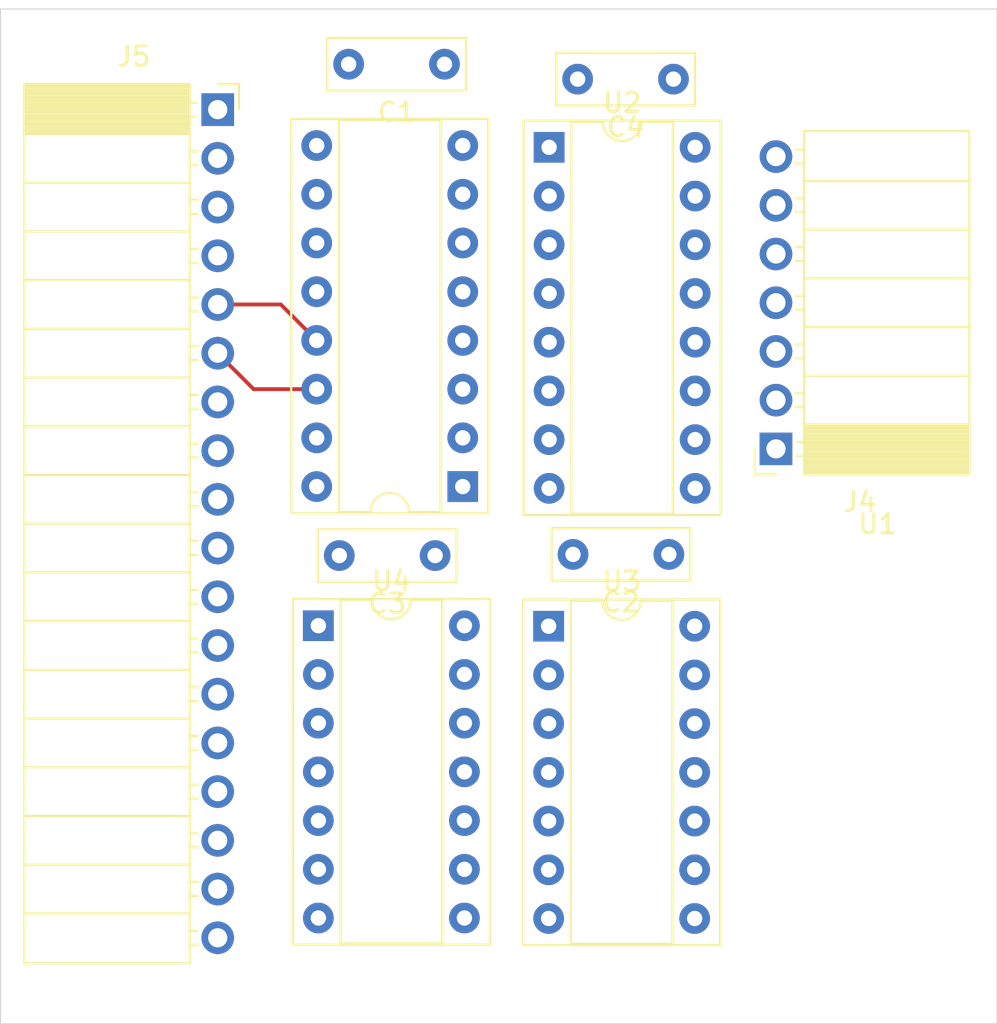
<source format=kicad_pcb>
(kicad_pcb (version 20221018) (generator pcbnew)
  (layers (0 "F.Cu" signal) (31 "B.Cu" signal) (34 "B.Paste" user) (35 "F.Paste" user) (36 "B.SilkS" user "B.Silkscreen") (37 "F.SilkS" user "F.Silkscreen") (38 "B.Mask" user) (39 "F.Mask" user) (44 "Edge.Cuts" user))
  (net 0 "")
  (net 1 "{slash}RESET")
  (net 2 "Net-(U1-Q0)")
  (net 3 "D0")
  (net 4 "D1")
  (net 5 "Net-(U1-Q1)")
  (net 6 "D2")
  (net 7 "Net-(U1-Q2)")
  (net 8 "GND")
  (net 9 "Net-(U1-Cp)")
  (net 10 "CHSCR")
  (net 11 "D3")
  (net 12 "ROM")
  (net 13 "D4")
  (net 14 "D5")
  (net 15 "Net-(U1-Q5)")
  (net 16 "+5V")
  (net 17 "Net-(U2-S)")
  (net 18 "A14")
  (net 19 "A14`")
  (net 20 "A15")
  (net 21 "A15`")
  (net 22 "CAS0")
  (net 23 "CAS1")
  (net 24 "Net-(U2-I0c)")
  (net 25 "{slash}IORQ")
  (net 26 "A1")
  (net 27 "Net-(U4-Pad10)")
  (net 28 "{slash}WR")
  (net 29 "Net-(U4-Pad6)")
  (net 30 "Net-(U4-Pad12)")
  (footprint "Connector_PinSocket_2.54mm:PinSocket_1x07_P2.54mm_Horizontal" (layer "F.Cu") (at 95.1992 -29.21 180)
    (fp_text reference "J4" (at -4.38 -2.77) (layer "F.SilkS"))
    (fp_text value "Conn_01x07")
    (fp_line (start -10.09 -1.33) (end -10.09 16.57) (stroke (width 0.12)) (layer "F.SilkS"))
    (fp_line (start -10.09 -1.33) (end -1.46 -1.33) (stroke (width 0.12)) (layer "F.SilkS"))
    (fp_line (start -10.09 -1.21) (end -1.46 -1.21) (stroke (width 0.12)) (layer "F.SilkS"))
    (fp_line (start -10.09 -1.091905) (end -1.46 -1.091905) (stroke (width 0.12)) (layer "F.SilkS"))
    (fp_line (start -10.09 -0.97381) (end -1.46 -0.97381) (stroke (width 0.12)) (layer "F.SilkS"))
    (fp_line (start -10.09 -0.855715) (end -1.46 -0.855715) (stroke (width 0.12)) (layer "F.SilkS"))
    (fp_line (start -10.09 -0.73762) (end -1.46 -0.73762) (stroke (width 0.12)) (layer "F.SilkS"))
    (fp_line (start -10.09 -0.619525) (end -1.46 -0.619525) (stroke (width 0.12)) (layer "F.SilkS"))
    (fp_line (start -10.09 -0.50143) (end -1.46 -0.50143) (stroke (width 0.12)) (layer "F.SilkS"))
    (fp_line (start -10.09 -0.383335) (end -1.46 -0.383335) (stroke (width 0.12)) (layer "F.SilkS"))
    (fp_line (start -10.09 -0.26524) (end -1.46 -0.26524) (stroke (width 0.12)) (layer "F.SilkS"))
    (fp_line (start -10.09 -0.147145) (end -1.46 -0.147145) (stroke (width 0.12)) (layer "F.SilkS"))
    (fp_line (start -10.09 -0.02905) (end -1.46 -0.02905) (stroke (width 0.12)) (layer "F.SilkS"))
    (fp_line (start -10.09 0.089045) (end -1.46 0.089045) (stroke (width 0.12)) (layer "F.SilkS"))
    (fp_line (start -10.09 0.20714) (end -1.46 0.20714) (stroke (width 0.12)) (layer "F.SilkS"))
    (fp_line (start -10.09 0.325235) (end -1.46 0.325235) (stroke (width 0.12)) (layer "F.SilkS"))
    (fp_line (start -10.09 0.44333) (end -1.46 0.44333) (stroke (width 0.12)) (layer "F.SilkS"))
    (fp_line (start -10.09 0.561425) (end -1.46 0.561425) (stroke (width 0.12)) (layer "F.SilkS"))
    (fp_line (start -10.09 0.67952) (end -1.46 0.67952) (stroke (width 0.12)) (layer "F.SilkS"))
    (fp_line (start -10.09 0.797615) (end -1.46 0.797615) (stroke (width 0.12)) (layer "F.SilkS"))
    (fp_line (start -10.09 0.91571) (end -1.46 0.91571) (stroke (width 0.12)) (layer "F.SilkS"))
    (fp_line (start -10.09 1.033805) (end -1.46 1.033805) (stroke (width 0.12)) (layer "F.SilkS"))
    (fp_line (start -10.09 1.1519) (end -1.46 1.1519) (stroke (width 0.12)) (layer "F.SilkS"))
    (fp_line (start -10.09 1.27) (end -1.46 1.27) (stroke (width 0.12)) (layer "F.SilkS"))
    (fp_line (start -10.09 3.81) (end -1.46 3.81) (stroke (width 0.12)) (layer "F.SilkS"))
    (fp_line (start -10.09 6.35) (end -1.46 6.35) (stroke (width 0.12)) (layer "F.SilkS"))
    (fp_line (start -10.09 8.89) (end -1.46 8.89) (stroke (width 0.12)) (layer "F.SilkS"))
    (fp_line (start -10.09 11.43) (end -1.46 11.43) (stroke (width 0.12)) (layer "F.SilkS"))
    (fp_line (start -10.09 13.97) (end -1.46 13.97) (stroke (width 0.12)) (layer "F.SilkS"))
    (fp_line (start -10.09 16.57) (end -1.46 16.57) (stroke (width 0.12)) (layer "F.SilkS"))
    (fp_line (start -1.46 -1.33) (end -1.46 16.57) (stroke (width 0.12)) (layer "F.SilkS"))
    (fp_line (start -1.46 -0.36) (end -1.11 -0.36) (stroke (width 0.12)) (layer "F.SilkS"))
    (fp_line (start -1.46 0.36) (end -1.11 0.36) (stroke (width 0.12)) (layer "F.SilkS"))
    (fp_line (start -1.46 2.18) (end -1.05 2.18) (stroke (width 0.12)) (layer "F.SilkS"))
    (fp_line (start -1.46 2.9) (end -1.05 2.9) (stroke (width 0.12)) (layer "F.SilkS"))
    (fp_line (start -1.46 4.72) (end -1.05 4.72) (stroke (width 0.12)) (layer "F.SilkS"))
    (fp_line (start -1.46 5.44) (end -1.05 5.44) (stroke (width 0.12)) (layer "F.SilkS"))
    (fp_line (start -1.46 7.26) (end -1.05 7.26) (stroke (width 0.12)) (layer "F.SilkS"))
    (fp_line (start -1.46 7.98) (end -1.05 7.98) (stroke (width 0.12)) (layer "F.SilkS"))
    (fp_line (start -1.46 9.8) (end -1.05 9.8) (stroke (width 0.12)) (layer "F.SilkS"))
    (fp_line (start -1.46 10.52) (end -1.05 10.52) (stroke (width 0.12)) (layer "F.SilkS"))
    (fp_line (start -1.46 12.34) (end -1.05 12.34) (stroke (width 0.12)) (layer "F.SilkS"))
    (fp_line (start -1.46 13.06) (end -1.05 13.06) (stroke (width 0.12)) (layer "F.SilkS"))
    (fp_line (start -1.46 14.88) (end -1.05 14.88) (stroke (width 0.12)) (layer "F.SilkS"))
    (fp_line (start -1.46 15.6) (end -1.05 15.6) (stroke (width 0.12)) (layer "F.SilkS"))
    (fp_line (start 0 -1.33) (end 1.11 -1.33) (stroke (width 0.12)) (layer "F.SilkS"))
    (fp_line (start 1.11 -1.33) (end 1.11 0) (stroke (width 0.12)) (layer "F.SilkS"))
    (pad "1" thru_hole rect (at 0 0 180) (size 1.7 1.7) (drill 1) (layers "*.Cu" "*.Mask") (net 22 "CAS0"))
    (pad "2" thru_hole oval (at 0 2.54 180) (size 1.7 1.7) (drill 1) (layers "*.Cu" "*.Mask") (net 23 "CAS1"))
    (pad "3" thru_hole oval (at 0 5.08 180) (size 1.7 1.7) (drill 1) (layers "*.Cu" "*.Mask") (net 12 "ROM"))
    (pad "4" thru_hole oval (at 0 7.62 180) (size 1.7 1.7) (drill 1) (layers "*.Cu" "*.Mask") (net 10 "CHSCR"))
    (pad "5" thru_hole oval (at 0 10.16 180) (size 1.7 1.7) (drill 1) (layers "*.Cu" "*.Mask") (net 19 "A14`"))
    (pad "6" thru_hole oval (at 0 12.7 180) (size 1.7 1.7) (drill 1) (layers "*.Cu" "*.Mask") (net 21 "A15`"))
    (pad "7" thru_hole oval (at 0 15.24 180) (size 1.7 1.7) (drill 1) (layers "*.Cu" "*.Mask") (net 8 "GND"))
  )
  (footprint "Package_DIP:DIP-16_W7.62mm_Socket" (layer "F.Cu") (at 83.3628 -44.9326)
    (fp_text reference "U2" (at 3.81 -2.33) (layer "F.SilkS"))
    (fp_text value "74LS257")
    (fp_line (start -1.33 -1.39) (end -1.33 19.17) (stroke (width 0.12)) (layer "F.SilkS"))
    (fp_line (start -1.33 19.17) (end 8.95 19.17) (stroke (width 0.12)) (layer "F.SilkS"))
    (fp_line (start 1.16 -1.33) (end 1.16 19.11) (stroke (width 0.12)) (layer "F.SilkS"))
    (fp_line (start 1.16 19.11) (end 6.46 19.11) (stroke (width 0.12)) (layer "F.SilkS"))
    (fp_line (start 2.81 -1.33) (end 1.16 -1.33) (stroke (width 0.12)) (layer "F.SilkS"))
    (fp_line (start 6.46 -1.33) (end 4.81 -1.33) (stroke (width 0.12)) (layer "F.SilkS"))
    (fp_line (start 6.46 19.11) (end 6.46 -1.33) (stroke (width 0.12)) (layer "F.SilkS"))
    (fp_line (start 8.95 -1.39) (end -1.33 -1.39) (stroke (width 0.12)) (layer "F.SilkS"))
    (fp_line (start 8.95 19.17) (end 8.95 -1.39) (stroke (width 0.12)) (layer "F.SilkS"))
    (fp_arc (start 4.81 -1.33) (mid 3.81 -0.33) (end 2.81 -1.33) (stroke (width 0.12)) (layer "F.SilkS"))
    (pad "1" thru_hole rect (at 0 0) (size 1.6 1.6) (drill 0.8) (layers "*.Cu" "*.Mask") (net 17 "Net-(U2-S)"))
    (pad "2" thru_hole oval (at 0 2.54) (size 1.6 1.6) (drill 0.8) (layers "*.Cu" "*.Mask") (net 2 "Net-(U1-Q0)"))
    (pad "3" thru_hole oval (at 0 5.08) (size 1.6 1.6) (drill 0.8) (layers "*.Cu" "*.Mask") (net 18 "A14"))
    (pad "4" thru_hole oval (at 0 7.62) (size 1.6 1.6) (drill 0.8) (layers "*.Cu" "*.Mask") (net 19 "A14`"))
    (pad "5" thru_hole oval (at 0 10.16) (size 1.6 1.6) (drill 0.8) (layers "*.Cu" "*.Mask") (net 5 "Net-(U1-Q1)"))
    (pad "6" thru_hole oval (at 0 12.7) (size 1.6 1.6) (drill 0.8) (layers "*.Cu" "*.Mask") (net 20 "A15"))
    (pad "7" thru_hole oval (at 0 15.24) (size 1.6 1.6) (drill 0.8) (layers "*.Cu" "*.Mask") (net 21 "A15`"))
    (pad "8" thru_hole oval (at 0 17.78) (size 1.6 1.6) (drill 0.8) (layers "*.Cu" "*.Mask") (net 8 "GND"))
    (pad "9" thru_hole oval (at 7.62 17.78) (size 1.6 1.6) (drill 0.8) (layers "*.Cu" "*.Mask") (net 22 "CAS0"))
    (pad "10" thru_hole oval (at 7.62 15.24) (size 1.6 1.6) (drill 0.8) (layers "*.Cu" "*.Mask") (net 18 "A14"))
    (pad "11" thru_hole oval (at 7.62 12.7) (size 1.6 1.6) (drill 0.8) (layers "*.Cu" "*.Mask") (net 7 "Net-(U1-Q2)"))
    (pad "12" thru_hole oval (at 7.62 10.16) (size 1.6 1.6) (drill 0.8) (layers "*.Cu" "*.Mask") (net 23 "CAS1"))
    (pad "13" thru_hole oval (at 7.62 7.62) (size 1.6 1.6) (drill 0.8) (layers "*.Cu" "*.Mask") (net 20 "A15"))
    (pad "14" thru_hole oval (at 7.62 5.08) (size 1.6 1.6) (drill 0.8) (layers "*.Cu" "*.Mask") (net 24 "Net-(U2-I0c)"))
    (pad "15" thru_hole oval (at 7.62 2.54) (size 1.6 1.6) (drill 0.8) (layers "*.Cu" "*.Mask") (net 8 "GND"))
    (pad "16" thru_hole oval (at 7.62 0) (size 1.6 1.6) (drill 0.8) (layers "*.Cu" "*.Mask") (net 16 "+5V"))
  )
  (footprint "Capacitor_THT:C_Disc_D7.0mm_W2.5mm_P5.00mm" (layer "F.Cu") (at 77.4154 -23.6474 180)
    (fp_text reference "C3" (at 2.5 -2.5) (layer "F.SilkS"))
    (fp_text value "C")
    (fp_line (start -1.12 -1.37) (end -1.12 1.37) (stroke (width 0.12)) (layer "F.SilkS"))
    (fp_line (start -1.12 -1.37) (end 6.12 -1.37) (stroke (width 0.12)) (layer "F.SilkS"))
    (fp_line (start -1.12 1.37) (end 6.12 1.37) (stroke (width 0.12)) (layer "F.SilkS"))
    (fp_line (start 6.12 -1.37) (end 6.12 1.37) (stroke (width 0.12)) (layer "F.SilkS"))
    (pad "1" thru_hole circle (at 0 0 180) (size 1.6 1.6) (drill 0.8) (layers "*.Cu" "*.Mask") (net 16 "+5V"))
    (pad "2" thru_hole circle (at 5 0 180) (size 1.6 1.6) (drill 0.8) (layers "*.Cu" "*.Mask") (net 8 "GND"))
  )
  (footprint "Package_DIP:DIP-14_W7.62mm_Socket" (layer "F.Cu") (at 71.3232 -19.9898)
    (fp_text reference "U4" (at 3.81 -2.33) (layer "F.SilkS"))
    (fp_text value "74LS32")
    (fp_line (start -1.33 -1.39) (end -1.33 16.63) (stroke (width 0.12)) (layer "F.SilkS"))
    (fp_line (start -1.33 16.63) (end 8.95 16.63) (stroke (width 0.12)) (layer "F.SilkS"))
    (fp_line (start 1.16 -1.33) (end 1.16 16.57) (stroke (width 0.12)) (layer "F.SilkS"))
    (fp_line (start 1.16 16.57) (end 6.46 16.57) (stroke (width 0.12)) (layer "F.SilkS"))
    (fp_line (start 2.81 -1.33) (end 1.16 -1.33) (stroke (width 0.12)) (layer "F.SilkS"))
    (fp_line (start 6.46 -1.33) (end 4.81 -1.33) (stroke (width 0.12)) (layer "F.SilkS"))
    (fp_line (start 6.46 16.57) (end 6.46 -1.33) (stroke (width 0.12)) (layer "F.SilkS"))
    (fp_line (start 8.95 -1.39) (end -1.33 -1.39) (stroke (width 0.12)) (layer "F.SilkS"))
    (fp_line (start 8.95 16.63) (end 8.95 -1.39) (stroke (width 0.12)) (layer "F.SilkS"))
    (fp_arc (start 4.81 -1.33) (mid 3.81 -0.33) (end 2.81 -1.33) (stroke (width 0.12)) (layer "F.SilkS"))
    (pad "1" thru_hole rect (at 0 0) (size 1.6 1.6) (drill 0.8) (layers "*.Cu" "*.Mask") (net 25 "{slash}IORQ"))
    (pad "2" thru_hole oval (at 0 2.54) (size 1.6 1.6) (drill 0.8) (layers "*.Cu" "*.Mask") (net 26 "A1"))
    (pad "3" thru_hole oval (at 0 5.08) (size 1.6 1.6) (drill 0.8) (layers "*.Cu" "*.Mask") (net 27 "Net-(U4-Pad10)"))
    (pad "4" thru_hole oval (at 0 7.62) (size 1.6 1.6) (drill 0.8) (layers "*.Cu" "*.Mask") (net 28 "{slash}WR"))
    (pad "5" thru_hole oval (at 0 10.16) (size 1.6 1.6) (drill 0.8) (layers "*.Cu" "*.Mask") (net 20 "A15"))
    (pad "6" thru_hole oval (at 0 12.7) (size 1.6 1.6) (drill 0.8) (layers "*.Cu" "*.Mask") (net 29 "Net-(U4-Pad6)"))
    (pad "7" thru_hole oval (at 0 15.24) (size 1.6 1.6) (drill 0.8) (layers "*.Cu" "*.Mask") (net 8 "GND"))
    (pad "8" thru_hole oval (at 7.62 15.24) (size 1.6 1.6) (drill 0.8) (layers "*.Cu" "*.Mask") (net 30 "Net-(U4-Pad12)"))
    (pad "9" thru_hole oval (at 7.62 12.7) (size 1.6 1.6) (drill 0.8) (layers "*.Cu" "*.Mask") (net 29 "Net-(U4-Pad6)"))
    (pad "10" thru_hole oval (at 7.62 10.16) (size 1.6 1.6) (drill 0.8) (layers "*.Cu" "*.Mask") (net 27 "Net-(U4-Pad10)"))
    (pad "11" thru_hole oval (at 7.62 7.62) (size 1.6 1.6) (drill 0.8) (layers "*.Cu" "*.Mask") (net 9 "Net-(U1-Cp)"))
    (pad "12" thru_hole oval (at 7.62 5.08) (size 1.6 1.6) (drill 0.8) (layers "*.Cu" "*.Mask") (net 30 "Net-(U4-Pad12)"))
    (pad "13" thru_hole oval (at 7.62 2.54) (size 1.6 1.6) (drill 0.8) (layers "*.Cu" "*.Mask") (net 15 "Net-(U1-Q5)"))
    (pad "14" thru_hole oval (at 7.62 0) (size 1.6 1.6) (drill 0.8) (layers "*.Cu" "*.Mask") (net 16 "+5V"))
  )
  (footprint "Connector_PinSocket_2.54mm:PinSocket_1x18_P2.54mm_Horizontal" (layer "F.Cu") (at 66.0712 -46.8988)
    (fp_text reference "J5" (at -4.38 -2.77) (layer "F.SilkS"))
    (fp_text value "Conn_01x17")
    (fp_line (start -10.09 -1.33) (end -10.09 44.51) (stroke (width 0.12)) (layer "F.SilkS"))
    (fp_line (start -10.09 -1.33) (end -1.46 -1.33) (stroke (width 0.12)) (layer "F.SilkS"))
    (fp_line (start -10.09 -1.21) (end -1.46 -1.21) (stroke (width 0.12)) (layer "F.SilkS"))
    (fp_line (start -10.09 -1.091905) (end -1.46 -1.091905) (stroke (width 0.12)) (layer "F.SilkS"))
    (fp_line (start -10.09 -0.97381) (end -1.46 -0.97381) (stroke (width 0.12)) (layer "F.SilkS"))
    (fp_line (start -10.09 -0.855715) (end -1.46 -0.855715) (stroke (width 0.12)) (layer "F.SilkS"))
    (fp_line (start -10.09 -0.73762) (end -1.46 -0.73762) (stroke (width 0.12)) (layer "F.SilkS"))
    (fp_line (start -10.09 -0.619525) (end -1.46 -0.619525) (stroke (width 0.12)) (layer "F.SilkS"))
    (fp_line (start -10.09 -0.50143) (end -1.46 -0.50143) (stroke (width 0.12)) (layer "F.SilkS"))
    (fp_line (start -10.09 -0.383335) (end -1.46 -0.383335) (stroke (width 0.12)) (layer "F.SilkS"))
    (fp_line (start -10.09 -0.26524) (end -1.46 -0.26524) (stroke (width 0.12)) (layer "F.SilkS"))
    (fp_line (start -10.09 -0.147145) (end -1.46 -0.147145) (stroke (width 0.12)) (layer "F.SilkS"))
    (fp_line (start -10.09 -0.02905) (end -1.46 -0.02905) (stroke (width 0.12)) (layer "F.SilkS"))
    (fp_line (start -10.09 0.089045) (end -1.46 0.089045) (stroke (width 0.12)) (layer "F.SilkS"))
    (fp_line (start -10.09 0.20714) (end -1.46 0.20714) (stroke (width 0.12)) (layer "F.SilkS"))
    (fp_line (start -10.09 0.325235) (end -1.46 0.325235) (stroke (width 0.12)) (layer "F.SilkS"))
    (fp_line (start -10.09 0.44333) (end -1.46 0.44333) (stroke (width 0.12)) (layer "F.SilkS"))
    (fp_line (start -10.09 0.561425) (end -1.46 0.561425) (stroke (width 0.12)) (layer "F.SilkS"))
    (fp_line (start -10.09 0.67952) (end -1.46 0.67952) (stroke (width 0.12)) (layer "F.SilkS"))
    (fp_line (start -10.09 0.797615) (end -1.46 0.797615) (stroke (width 0.12)) (layer "F.SilkS"))
    (fp_line (start -10.09 0.91571) (end -1.46 0.91571) (stroke (width 0.12)) (layer "F.SilkS"))
    (fp_line (start -10.09 1.033805) (end -1.46 1.033805) (stroke (width 0.12)) (layer "F.SilkS"))
    (fp_line (start -10.09 1.1519) (end -1.46 1.1519) (stroke (width 0.12)) (layer "F.SilkS"))
    (fp_line (start -10.09 1.27) (end -1.46 1.27) (stroke (width 0.12)) (layer "F.SilkS"))
    (fp_line (start -10.09 3.81) (end -1.46 3.81) (stroke (width 0.12)) (layer "F.SilkS"))
    (fp_line (start -10.09 6.35) (end -1.46 6.35) (stroke (width 0.12)) (layer "F.SilkS"))
    (fp_line (start -10.09 8.89) (end -1.46 8.89) (stroke (width 0.12)) (layer "F.SilkS"))
    (fp_line (start -10.09 11.43) (end -1.46 11.43) (stroke (width 0.12)) (layer "F.SilkS"))
    (fp_line (start -10.09 13.97) (end -1.46 13.97) (stroke (width 0.12)) (layer "F.SilkS"))
    (fp_line (start -10.09 16.51) (end -1.46 16.51) (stroke (width 0.12)) (layer "F.SilkS"))
    (fp_line (start -10.09 19.05) (end -1.46 19.05) (stroke (width 0.12)) (layer "F.SilkS"))
    (fp_line (start -10.09 21.59) (end -1.46 21.59) (stroke (width 0.12)) (layer "F.SilkS"))
    (fp_line (start -10.09 24.13) (end -1.46 24.13) (stroke (width 0.12)) (layer "F.SilkS"))
    (fp_line (start -10.09 26.67) (end -1.46 26.67) (stroke (width 0.12)) (layer "F.SilkS"))
    (fp_line (start -10.09 29.21) (end -1.46 29.21) (stroke (width 0.12)) (layer "F.SilkS"))
    (fp_line (start -10.09 31.75) (end -1.46 31.75) (stroke (width 0.12)) (layer "F.SilkS"))
    (fp_line (start -10.09 34.29) (end -1.46 34.29) (stroke (width 0.12)) (layer "F.SilkS"))
    (fp_line (start -10.09 36.83) (end -1.46 36.83) (stroke (width 0.12)) (layer "F.SilkS"))
    (fp_line (start -10.09 39.37) (end -1.46 39.37) (stroke (width 0.12)) (layer "F.SilkS"))
    (fp_line (start -10.09 41.91) (end -1.46 41.91) (stroke (width 0.12)) (layer "F.SilkS"))
    (fp_line (start -10.09 44.51) (end -1.46 44.51) (stroke (width 0.12)) (layer "F.SilkS"))
    (fp_line (start -1.46 -1.33) (end -1.46 44.51) (stroke (width 0.12)) (layer "F.SilkS"))
    (fp_line (start -1.46 -0.36) (end -1.11 -0.36) (stroke (width 0.12)) (layer "F.SilkS"))
    (fp_line (start -1.46 0.36) (end -1.11 0.36) (stroke (width 0.12)) (layer "F.SilkS"))
    (fp_line (start -1.46 2.18) (end -1.05 2.18) (stroke (width 0.12)) (layer "F.SilkS"))
    (fp_line (start -1.46 2.9) (end -1.05 2.9) (stroke (width 0.12)) (layer "F.SilkS"))
    (fp_line (start -1.46 4.72) (end -1.05 4.72) (stroke (width 0.12)) (layer "F.SilkS"))
    (fp_line (start -1.46 5.44) (end -1.05 5.44) (stroke (width 0.12)) (layer "F.SilkS"))
    (fp_line (start -1.46 7.26) (end -1.05 7.26) (stroke (width 0.12)) (layer "F.SilkS"))
    (fp_line (start -1.46 7.98) (end -1.05 7.98) (stroke (width 0.12)) (layer "F.SilkS"))
    (fp_line (start -1.46 9.8) (end -1.05 9.8) (stroke (width 0.12)) (layer "F.SilkS"))
    (fp_line (start -1.46 10.52) (end -1.05 10.52) (stroke (width 0.12)) (layer "F.SilkS"))
    (fp_line (start -1.46 12.34) (end -1.05 12.34) (stroke (width 0.12)) (layer "F.SilkS"))
    (fp_line (start -1.46 13.06) (end -1.05 13.06) (stroke (width 0.12)) (layer "F.SilkS"))
    (fp_line (start -1.46 14.88) (end -1.05 14.88) (stroke (width 0.12)) (layer "F.SilkS"))
    (fp_line (start -1.46 15.6) (end -1.05 15.6) (stroke (width 0.12)) (layer "F.SilkS"))
    (fp_line (start -1.46 17.42) (end -1.05 17.42) (stroke (width 0.12)) (layer "F.SilkS"))
    (fp_line (start -1.46 18.14) (end -1.05 18.14) (stroke (width 0.12)) (layer "F.SilkS"))
    (fp_line (start -1.46 19.96) (end -1.05 19.96) (stroke (width 0.12)) (layer "F.SilkS"))
    (fp_line (start -1.46 20.68) (end -1.05 20.68) (stroke (width 0.12)) (layer "F.SilkS"))
    (fp_line (start -1.46 22.5) (end -1.05 22.5) (stroke (width 0.12)) (layer "F.SilkS"))
    (fp_line (start -1.46 23.22) (end -1.05 23.22) (stroke (width 0.12)) (layer "F.SilkS"))
    (fp_line (start -1.46 25.04) (end -1.05 25.04) (stroke (width 0.12)) (layer "F.SilkS"))
    (fp_line (start -1.46 25.76) (end -1.05 25.76) (stroke (width 0.12)) (layer "F.SilkS"))
    (fp_line (start -1.46 27.58) (end -1.05 27.58) (stroke (width 0.12)) (layer "F.SilkS"))
    (fp_line (start -1.46 28.3) (end -1.05 28.3) (stroke (width 0.12)) (layer "F.SilkS"))
    (fp_line (start -1.46 30.12) (end -1.05 30.12) (stroke (width 0.12)) (layer "F.SilkS"))
    (fp_line (start -1.46 30.84) (end -1.05 30.84) (stroke (width 0.12)) (layer "F.SilkS"))
    (fp_line (start -1.46 32.66) (end -1.05 32.66) (stroke (width 0.12)) (layer "F.SilkS"))
    (fp_line (start -1.46 33.38) (end -1.05 33.38) (stroke (width 0.12)) (layer "F.SilkS"))
    (fp_line (start -1.46 35.2) (end -1.05 35.2) (stroke (width 0.12)) (layer "F.SilkS"))
    (fp_line (start -1.46 35.92) (end -1.05 35.92) (stroke (width 0.12)) (layer "F.SilkS"))
    (fp_line (start -1.46 37.74) (end -1.05 37.74) (stroke (width 0.12)) (layer "F.SilkS"))
    (fp_line (start -1.46 38.46) (end -1.05 38.46) (stroke (width 0.12)) (layer "F.SilkS"))
    (fp_line (start -1.46 40.28) (end -1.05 40.28) (stroke (width 0.12)) (layer "F.SilkS"))
    (fp_line (start -1.46 41) (end -1.05 41) (stroke (width 0.12)) (layer "F.SilkS"))
    (fp_line (start -1.46 42.82) (end -1.05 42.82) (stroke (width 0.12)) (layer "F.SilkS"))
    (fp_line (start -1.46 43.54) (end -1.05 43.54) (stroke (width 0.12)) (layer "F.SilkS"))
    (fp_line (start 0 -1.33) (end 1.11 -1.33) (stroke (width 0.12)) (layer "F.SilkS"))
    (fp_line (start 1.11 -1.33) (end 1.11 0) (stroke (width 0.12)) (layer "F.SilkS"))
    (pad "1" thru_hole rect (at 0 0) (size 1.7 1.7) (drill 1) (layers "*.Cu" "*.Mask") (net 3 "D0"))
    (pad "2" thru_hole oval (at 0 2.54) (size 1.7 1.7) (drill 1) (layers "*.Cu" "*.Mask") (net 4 "D1"))
    (pad "3" thru_hole oval (at 0 5.08) (size 1.7 1.7) (drill 1) (layers "*.Cu" "*.Mask") (net 6 "D2"))
    (pad "4" thru_hole oval (at 0 7.62) (size 1.7 1.7) (drill 1) (layers "*.Cu" "*.Mask") (net 11 "D3"))
    (pad "5" thru_hole oval (at 0 10.16) (size 1.7 1.7) (drill 1) (layers "*.Cu" "*.Mask") (net 13 "D4"))
    (pad "6" thru_hole oval (at 0 12.7) (size 1.7 1.7) (drill 1) (layers "*.Cu" "*.Mask") (net 14 "D5"))
    (pad "7" thru_hole oval (at 0 15.24) (size 1.7 1.7) (drill 1) (layers "*.Cu" "*.Mask"))
    (pad "8" thru_hole oval (at 0 17.78) (size 1.7 1.7) (drill 1) (layers "*.Cu" "*.Mask"))
    (pad "9" thru_hole oval (at 0 20.32) (size 1.7 1.7) (drill 1) (layers "*.Cu" "*.Mask") (net 26 "A1"))
    (pad "10" thru_hole oval (at 0 22.86) (size 1.7 1.7) (drill 1) (layers "*.Cu" "*.Mask"))
    (pad "11" thru_hole oval (at 0 25.4) (size 1.7 1.7) (drill 1) (layers "*.Cu" "*.Mask") (net 1 "{slash}RESET"))
    (pad "12" thru_hole oval (at 0 27.94) (size 1.7 1.7) (drill 1) (layers "*.Cu" "*.Mask") (net 18 "A14"))
    (pad "13" thru_hole oval (at 0 30.48) (size 1.7 1.7) (drill 1) (layers "*.Cu" "*.Mask") (net 20 "A15"))
    (pad "14" thru_hole oval (at 0 33.02) (size 1.7 1.7) (drill 1) (layers "*.Cu" "*.Mask"))
    (pad "15" thru_hole oval (at 0 35.56) (size 1.7 1.7) (drill 1) (layers "*.Cu" "*.Mask") (net 28 "{slash}WR"))
    (pad "16" thru_hole oval (at 0 38.1) (size 1.7 1.7) (drill 1) (layers "*.Cu" "*.Mask"))
    (pad "17" thru_hole oval (at 0 40.64) (size 1.7 1.7) (drill 1) (layers "*.Cu" "*.Mask") (net 25 "{slash}IORQ"))
    (pad "18" thru_hole oval (at 0 43.18) (size 1.7 1.7) (drill 1) (layers "*.Cu" "*.Mask") (net 8 "GND"))
  )
  (footprint "Package_DIP:DIP-16_W7.62mm_Socket" (layer "F.Cu") (at 78.857 -27.2442 180)
    (fp_text reference "U1" (at -21.6408 -1.949) (layer "F.SilkS"))
    (fp_text value "74LS174")
    (fp_line (start -1.33 -1.39) (end -1.33 19.17) (stroke (width 0.12)) (layer "F.SilkS"))
    (fp_line (start -1.33 19.17) (end 8.95 19.17) (stroke (width 0.12)) (layer "F.SilkS"))
    (fp_line (start 1.16 -1.33) (end 1.16 19.11) (stroke (width 0.12)) (layer "F.SilkS"))
    (fp_line (start 1.16 19.11) (end 6.46 19.11) (stroke (width 0.12)) (layer "F.SilkS"))
    (fp_line (start 2.81 -1.33) (end 1.16 -1.33) (stroke (width 0.12)) (layer "F.SilkS"))
    (fp_line (start 6.46 -1.33) (end 4.81 -1.33) (stroke (width 0.12)) (layer "F.SilkS"))
    (fp_line (start 6.46 19.11) (end 6.46 -1.33) (stroke (width 0.12)) (layer "F.SilkS"))
    (fp_line (start 8.95 -1.39) (end -1.33 -1.39) (stroke (width 0.12)) (layer "F.SilkS"))
    (fp_line (start 8.95 19.17) (end 8.95 -1.39) (stroke (width 0.12)) (layer "F.SilkS"))
    (fp_arc (start 4.81 -1.33) (mid 3.81 -0.33) (end 2.81 -1.33) (stroke (width 0.12)) (layer "F.SilkS"))
    (pad "1" thru_hole rect (at 0 0 180) (size 1.6 1.6) (drill 0.8) (layers "*.Cu" "*.Mask") (net 1 "{slash}RESET"))
    (pad "2" thru_hole oval (at 0 2.54 180) (size 1.6 1.6) (drill 0.8) (layers "*.Cu" "*.Mask") (net 2 "Net-(U1-Q0)"))
    (pad "3" thru_hole oval (at 0 5.08 180) (size 1.6 1.6) (drill 0.8) (layers "*.Cu" "*.Mask") (net 3 "D0"))
    (pad "4" thru_hole oval (at 0 7.62 180) (size 1.6 1.6) (drill 0.8) (layers "*.Cu" "*.Mask") (net 4 "D1"))
    (pad "5" thru_hole oval (at 0 10.16 180) (size 1.6 1.6) (drill 0.8) (layers "*.Cu" "*.Mask") (net 5 "Net-(U1-Q1)"))
    (pad "6" thru_hole oval (at 0 12.7 180) (size 1.6 1.6) (drill 0.8) (layers "*.Cu" "*.Mask") (net 6 "D2"))
    (pad "7" thru_hole oval (at 0 15.24 180) (size 1.6 1.6) (drill 0.8) (layers "*.Cu" "*.Mask") (net 7 "Net-(U1-Q2)"))
    (pad "8" thru_hole oval (at 0 17.78 180) (size 1.6 1.6) (drill 0.8) (layers "*.Cu" "*.Mask") (net 8 "GND"))
    (pad "9" thru_hole oval (at 7.62 17.78 180) (size 1.6 1.6) (drill 0.8) (layers "*.Cu" "*.Mask") (net 9 "Net-(U1-Cp)"))
    (pad "10" thru_hole oval (at 7.62 15.24 180) (size 1.6 1.6) (drill 0.8) (layers "*.Cu" "*.Mask") (net 10 "CHSCR"))
    (pad "11" thru_hole oval (at 7.62 12.7 180) (size 1.6 1.6) (drill 0.8) (layers "*.Cu" "*.Mask") (net 11 "D3"))
    (pad "12" thru_hole oval (at 7.62 10.16 180) (size 1.6 1.6) (drill 0.8) (layers "*.Cu" "*.Mask") (net 12 "ROM"))
    (pad "13" thru_hole oval (at 7.62 7.62 180) (size 1.6 1.6) (drill 0.8) (layers "*.Cu" "*.Mask") (net 13 "D4"))
    (pad "14" thru_hole oval (at 7.62 5.08 180) (size 1.6 1.6) (drill 0.8) (layers "*.Cu" "*.Mask") (net 14 "D5"))
    (pad "15" thru_hole oval (at 7.62 2.54 180) (size 1.6 1.6) (drill 0.8) (layers "*.Cu" "*.Mask") (net 15 "Net-(U1-Q5)"))
    (pad "16" thru_hole oval (at 7.62 0 180) (size 1.6 1.6) (drill 0.8) (layers "*.Cu" "*.Mask") (net 16 "+5V"))
  )
  (footprint "Capacitor_THT:C_Disc_D7.0mm_W2.5mm_P5.00mm" (layer "F.Cu") (at 77.9026 -49.266 180)
    (fp_text reference "C1" (at 2.5 -2.5) (layer "F.SilkS"))
    (fp_text value "C")
    (fp_line (start -1.12 -1.37) (end -1.12 1.37) (stroke (width 0.12)) (layer "F.SilkS"))
    (fp_line (start -1.12 -1.37) (end 6.12 -1.37) (stroke (width 0.12)) (layer "F.SilkS"))
    (fp_line (start -1.12 1.37) (end 6.12 1.37) (stroke (width 0.12)) (layer "F.SilkS"))
    (fp_line (start 6.12 -1.37) (end 6.12 1.37) (stroke (width 0.12)) (layer "F.SilkS"))
    (pad "1" thru_hole circle (at 0 0 180) (size 1.6 1.6) (drill 0.8) (layers "*.Cu" "*.Mask") (net 16 "+5V"))
    (pad "2" thru_hole circle (at 5 0 180) (size 1.6 1.6) (drill 0.8) (layers "*.Cu" "*.Mask") (net 8 "GND"))
  )
  (footprint "Package_DIP:DIP-14_W7.62mm_Socket" (layer "F.Cu") (at 83.3374 -19.9644)
    (fp_text reference "U3" (at 3.81 -2.33) (layer "F.SilkS"))
    (fp_text value "74LS00")
    (fp_line (start -1.33 -1.39) (end -1.33 16.63) (stroke (width 0.12)) (layer "F.SilkS"))
    (fp_line (start -1.33 16.63) (end 8.95 16.63) (stroke (width 0.12)) (layer "F.SilkS"))
    (fp_line (start 1.16 -1.33) (end 1.16 16.57) (stroke (width 0.12)) (layer "F.SilkS"))
    (fp_line (start 1.16 16.57) (end 6.46 16.57) (stroke (width 0.12)) (layer "F.SilkS"))
    (fp_line (start 2.81 -1.33) (end 1.16 -1.33) (stroke (width 0.12)) (layer "F.SilkS"))
    (fp_line (start 6.46 -1.33) (end 4.81 -1.33) (stroke (width 0.12)) (layer "F.SilkS"))
    (fp_line (start 6.46 16.57) (end 6.46 -1.33) (stroke (width 0.12)) (layer "F.SilkS"))
    (fp_line (start 8.95 -1.39) (end -1.33 -1.39) (stroke (width 0.12)) (layer "F.SilkS"))
    (fp_line (start 8.95 16.63) (end 8.95 -1.39) (stroke (width 0.12)) (layer "F.SilkS"))
    (fp_arc (start 4.81 -1.33) (mid 3.81 -0.33) (end 2.81 -1.33) (stroke (width 0.12)) (layer "F.SilkS"))
    (pad "1" thru_hole rect (at 0 0) (size 1.6 1.6) (drill 0.8) (layers "*.Cu" "*.Mask") (net 7 "Net-(U1-Q2)"))
    (pad "2" thru_hole oval (at 0 2.54) (size 1.6 1.6) (drill 0.8) (layers "*.Cu" "*.Mask") (net 7 "Net-(U1-Q2)"))
    (pad "3" thru_hole oval (at 0 5.08) (size 1.6 1.6) (drill 0.8) (layers "*.Cu" "*.Mask") (net 24 "Net-(U2-I0c)"))
    (pad "4" thru_hole oval (at 0 7.62) (size 1.6 1.6) (drill 0.8) (layers "*.Cu" "*.Mask") (net 18 "A14"))
    (pad "5" thru_hole oval (at 0 10.16) (size 1.6 1.6) (drill 0.8) (layers "*.Cu" "*.Mask") (net 20 "A15"))
    (pad "6" thru_hole oval (at 0 12.7) (size 1.6 1.6) (drill 0.8) (layers "*.Cu" "*.Mask") (net 17 "Net-(U2-S)"))
    (pad "7" thru_hole oval (at 0 15.24) (size 1.6 1.6) (drill 0.8) (layers "*.Cu" "*.Mask") (net 8 "GND"))
    (pad "8" thru_hole oval (at 7.62 15.24) (size 1.6 1.6) (drill 0.8) (layers "*.Cu" "*.Mask"))
    (pad "9" thru_hole oval (at 7.62 12.7) (size 1.6 1.6) (drill 0.8) (layers "*.Cu" "*.Mask"))
    (pad "10" thru_hole oval (at 7.62 10.16) (size 1.6 1.6) (drill 0.8) (layers "*.Cu" "*.Mask"))
    (pad "11" thru_hole oval (at 7.62 7.62) (size 1.6 1.6) (drill 0.8) (layers "*.Cu" "*.Mask"))
    (pad "12" thru_hole oval (at 7.62 5.08) (size 1.6 1.6) (drill 0.8) (layers "*.Cu" "*.Mask"))
    (pad "13" thru_hole oval (at 7.62 2.54) (size 1.6 1.6) (drill 0.8) (layers "*.Cu" "*.Mask"))
    (pad "14" thru_hole oval (at 7.62 0) (size 1.6 1.6) (drill 0.8) (layers "*.Cu" "*.Mask") (net 16 "+5V"))
  )
  (footprint "Capacitor_THT:C_Disc_D7.0mm_W2.5mm_P5.00mm" (layer "F.Cu") (at 89.61 -23.7078 180)
    (fp_text reference "C2" (at 2.5 -2.5) (layer "F.SilkS"))
    (fp_text value "C")
    (fp_line (start -1.12 -1.37) (end -1.12 1.37) (stroke (width 0.12)) (layer "F.SilkS"))
    (fp_line (start -1.12 -1.37) (end 6.12 -1.37) (stroke (width 0.12)) (layer "F.SilkS"))
    (fp_line (start -1.12 1.37) (end 6.12 1.37) (stroke (width 0.12)) (layer "F.SilkS"))
    (fp_line (start 6.12 -1.37) (end 6.12 1.37) (stroke (width 0.12)) (layer "F.SilkS"))
    (pad "1" thru_hole circle (at 0 0 180) (size 1.6 1.6) (drill 0.8) (layers "*.Cu" "*.Mask") (net 16 "+5V"))
    (pad "2" thru_hole circle (at 5 0 180) (size 1.6 1.6) (drill 0.8) (layers "*.Cu" "*.Mask") (net 8 "GND"))
  )
  (footprint "Capacitor_THT:C_Disc_D7.0mm_W2.5mm_P5.00mm" (layer "F.Cu") (at 89.8506 -48.4886 180)
    (fp_text reference "C4" (at 2.5 -2.5) (layer "F.SilkS"))
    (fp_text value "C")
    (fp_line (start -1.12 -1.37) (end -1.12 1.37) (stroke (width 0.12)) (layer "F.SilkS"))
    (fp_line (start -1.12 -1.37) (end 6.12 -1.37) (stroke (width 0.12)) (layer "F.SilkS"))
    (fp_line (start -1.12 1.37) (end 6.12 1.37) (stroke (width 0.12)) (layer "F.SilkS"))
    (fp_line (start 6.12 -1.37) (end 6.12 1.37) (stroke (width 0.12)) (layer "F.SilkS"))
    (pad "1" thru_hole circle (at 0 0 180) (size 1.6 1.6) (drill 0.8) (layers "*.Cu" "*.Mask") (net 16 "+5V"))
    (pad "2" thru_hole circle (at 5 0 180) (size 1.6 1.6) (drill 0.8) (layers "*.Cu" "*.Mask") (net 8 "GND"))
  )
  (gr_rect (start 54.737 -52.1462) (end 106.7308 0.762) (stroke (width 0.05)) (fill none) (layer "Edge.Cuts"))
  (segment (start 66.0712 -36.7388) (end 69.3624 -36.7388) (width 0.2) (layer "F.Cu") (net 13))
  (segment (start 69.3624 -36.7388) (end 71.237 -34.8642) (width 0.2) (layer "F.Cu") (net 13))
  (segment (start 67.9458 -32.3242) (end 71.237 -32.3242) (width 0.2) (layer "F.Cu") (net 14))
  (segment (start 66.0712 -34.1988) (end 67.9458 -32.3242) (width 0.2) (layer "F.Cu") (net 14))
)
</source>
